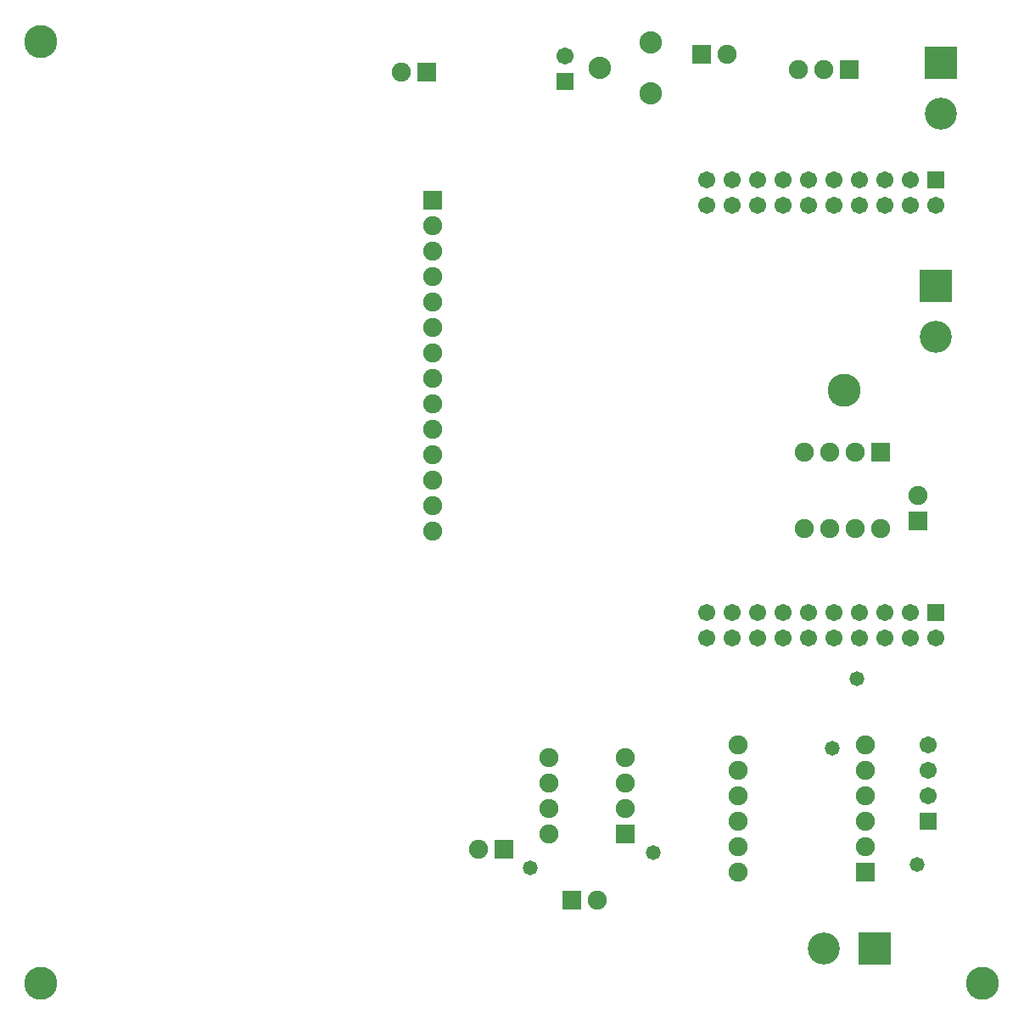
<source format=gbs>
G04*
G04 #@! TF.GenerationSoftware,Altium Limited,Altium Designer,21.0.5 (76)*
G04*
G04 Layer_Color=16711935*
%FSLAX24Y24*%
%MOIN*%
G70*
G04*
G04 #@! TF.SameCoordinates,1F1A31E2-E608-47EA-9DE2-FAD69E6EB028*
G04*
G04*
G04 #@! TF.FilePolarity,Negative*
G04*
G01*
G75*
%ADD23C,0.0749*%
%ADD24R,0.0749X0.0749*%
%ADD25C,0.1261*%
%ADD26R,0.1261X0.1261*%
%ADD27R,0.0749X0.0749*%
%ADD28C,0.0880*%
%ADD29R,0.1261X0.1261*%
%ADD30C,0.0671*%
%ADD31R,0.0671X0.0671*%
%ADD32R,0.0671X0.0671*%
%ADD33C,0.1300*%
%ADD34C,0.0580*%
D23*
X34450Y19150D02*
D03*
X29750Y35900D02*
D03*
X30750D02*
D03*
X26950Y36500D02*
D03*
X17200Y5250D02*
D03*
X27400Y5350D02*
D03*
Y7350D02*
D03*
Y8350D02*
D03*
Y4350D02*
D03*
Y6350D02*
D03*
Y9350D02*
D03*
X32400D02*
D03*
Y8350D02*
D03*
Y6350D02*
D03*
Y5350D02*
D03*
Y7350D02*
D03*
X19950Y5850D02*
D03*
Y6850D02*
D03*
Y7850D02*
D03*
Y8850D02*
D03*
X22950D02*
D03*
Y7850D02*
D03*
Y6850D02*
D03*
X15400Y29750D02*
D03*
Y28750D02*
D03*
Y27750D02*
D03*
Y26750D02*
D03*
Y25750D02*
D03*
Y24750D02*
D03*
Y23750D02*
D03*
Y22750D02*
D03*
Y21750D02*
D03*
Y20750D02*
D03*
Y19750D02*
D03*
Y18750D02*
D03*
Y17750D02*
D03*
X14150Y35800D02*
D03*
X33000Y17850D02*
D03*
X32000D02*
D03*
X31000D02*
D03*
X30000D02*
D03*
Y20850D02*
D03*
X31000D02*
D03*
X32000D02*
D03*
X21850Y3250D02*
D03*
D24*
X34450Y18150D02*
D03*
X15400Y30750D02*
D03*
X33000Y20850D02*
D03*
D25*
X30750Y1350D02*
D03*
X35370Y34144D02*
D03*
X35150Y25400D02*
D03*
D26*
X32750Y1350D02*
D03*
D27*
X31750Y35900D02*
D03*
X25950Y36500D02*
D03*
X18200Y5250D02*
D03*
X32400Y4350D02*
D03*
X22950Y5850D02*
D03*
X15150Y35800D02*
D03*
X20850Y3250D02*
D03*
D28*
X23950Y34950D02*
D03*
Y36950D02*
D03*
X21950Y35950D02*
D03*
D29*
X35370Y36144D02*
D03*
X35150Y27400D02*
D03*
D30*
X26150Y30558D02*
D03*
Y31558D02*
D03*
X27150Y30558D02*
D03*
Y31558D02*
D03*
X28150Y30558D02*
D03*
Y31558D02*
D03*
X29150Y30558D02*
D03*
Y31558D02*
D03*
X30150Y30558D02*
D03*
Y31558D02*
D03*
X31150Y30558D02*
D03*
Y31558D02*
D03*
X32150Y30558D02*
D03*
Y31558D02*
D03*
X33150Y30558D02*
D03*
Y31558D02*
D03*
X34150Y30558D02*
D03*
Y31558D02*
D03*
X35150Y30558D02*
D03*
X34850Y7350D02*
D03*
Y8350D02*
D03*
Y9350D02*
D03*
X26150Y13558D02*
D03*
Y14558D02*
D03*
X27150Y13558D02*
D03*
Y14558D02*
D03*
X28150Y13558D02*
D03*
Y14558D02*
D03*
X29150Y13558D02*
D03*
Y14558D02*
D03*
X30150Y13558D02*
D03*
Y14558D02*
D03*
X31150Y13558D02*
D03*
Y14558D02*
D03*
X32150Y13558D02*
D03*
Y14558D02*
D03*
X33150Y13558D02*
D03*
Y14558D02*
D03*
X34150Y13558D02*
D03*
Y14558D02*
D03*
X35150Y13558D02*
D03*
X20591Y36417D02*
D03*
D31*
X35150Y31558D02*
D03*
Y14558D02*
D03*
D32*
X34850Y6350D02*
D03*
X20591Y35417D02*
D03*
D33*
X-0Y37008D02*
D03*
Y0D02*
D03*
X37008D02*
D03*
X31575Y23307D02*
D03*
D34*
X32047Y11968D02*
D03*
X31102Y9213D02*
D03*
X19213Y4528D02*
D03*
X24069Y5124D02*
D03*
X34409Y4646D02*
D03*
M02*

</source>
